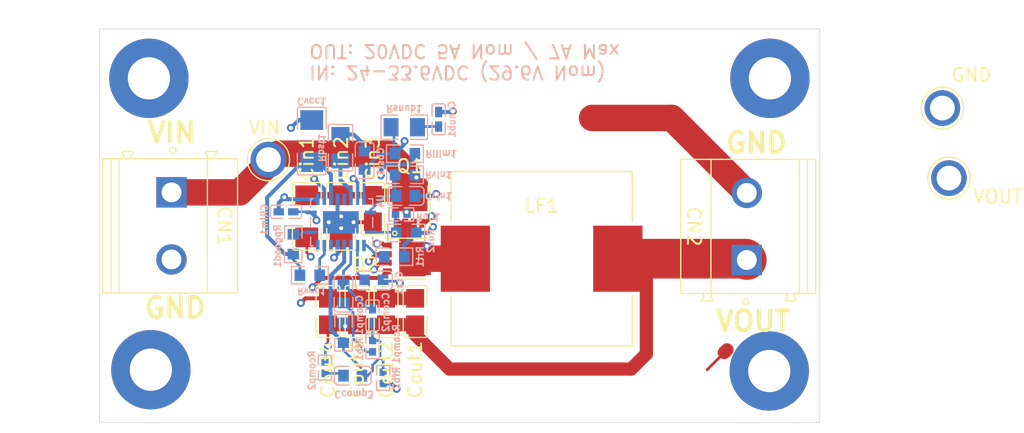
<source format=kicad_pcb>
(kicad_pcb (version 20241229) (generator "pcbnew") (generator_version "9.0")
  (layers (0 "F.Cu" signal) (4 "In1.Cu" signal) (6 "In2.Cu" signal) (2 "B.Cu" signal) (13 "F.Paste" user) (15 "B.Paste" user) (5 "F.SilkS" user "F.Silkscreen") (7 "B.SilkS" user "B.Silkscreen") (1 "F.Mask" user) (3 "B.Mask" user) (25 "Edge.Cuts" user))
  (net 0 "")
  (net 1 "Net-(U4-BST)")
  (net 2 "Net-(Ccomp1-Pad2)")
  (net 3 "Net-(U4-COMP)")
  (net 4 "/20V_Power_Line/Vin")
  (net 5 "Net-(U4-FB)")
  (net 6 "Net-(Ccomp3-Pad1)")
  (net 7 "Net-(U4-ILIM)")
  (net 8 "Net-(U4-SS{slash}TRK)")
  (net 9 "Net-(U4-VCC)")
  (net 10 "Net-(U4-VIN)")
  (net 11 "/20V_Power_Line/Vout")
  (net 12 "Net-(U4-PGOOD)")
  (net 13 "Net-(U4-RT)")
  (net 14 "Net-(U4-EN{slash}UVLO)")
  (net 15 "Net-(U4-SYNCIN)")
  (net 19 "GND")
  (net 20 "Net-(Q1-G)")
  (net 21 "Net-(Q2-G)")
  (net 22 "Net-(U4-SW)")
  (net 23 "Net-(Cbst1-Pad2)")
  (net 24 "Net-(Csnub1-Pad1)")
  (footprint "easyeda2kicad:CONN-TH_2P-P5.08_DIBO_DB128V-5.08" (layer "F.Cu") (at 167.5 100.96 90)
    (property "Reference" "CN2" (at 0 -4 270) (layer "F.SilkS"))
    (property "Value" "SC Out")
    (pad "1" thru_hole rect (at -2.54 0 90) (size 2.3 2.3) (drill 1.500022) (layers "*.Cu" "*.Mask") (net 11 "/20V_Power_Line/Vout"))
    (pad "2" thru_hole circle (at 2.54 0 90) (size 2.3 2.3) (drill 1.500022) (layers "*.Cu" "*.Mask") (net 19 "GND"))
  )
  (footprint "easyeda2kicad:C0805" (layer "F.Cu") (at 140.2 107.4 90)
    (property "Reference" "Cout2" (at -4.4 0 90) (layer "F.SilkS"))
    (property "Value" "10u")
    (pad "1" smd rect (at -1 0 90) (size 1.41 1.35) (layers "F.Cu" "F.Mask" "F.Paste") (net 11 "/20V_Power_Line/Vout"))
    (pad "2" smd rect (at 1 0 90) (size 1.41 1.35) (layers "F.Cu" "F.Mask" "F.Paste") (net 19 "GND"))
  )
  (footprint "easyeda2kicad:VSONP-8_L3.1-W3.1-P0.65-LS3.5-BL" (layer "F.Cu") (at 141.79 103.4 -90)
    (property "Reference" "Q2" (at 0.45 3.19 0) (layer "F.SilkS"))
    (property "Value" "CSD18543Q3A")
    (pad "1" smd rect (at -0.99 1.5) (size 0.68 0.45) (layers "F.Cu" "F.Mask" "F.Paste") (net 19 "GND"))
    (pad "2" smd rect (at -0.34 1.5) (size 0.68 0.45) (layers "F.Cu" "F.Mask" "F.Paste") (net 19 "GND"))
    (pad "3" smd rect (at 0.31 1.5) (size 0.68 0.45) (layers "F.Cu" "F.Mask" "F.Paste") (net 19 "GND"))
    (pad "4" smd rect (at 0.96 1.5) (size 0.68 0.45) (layers "F.Cu" "F.Mask" "F.Paste") (net 21 "Net-(Q2-G)"))
    (pad "5" smd rect (at 0.99 -1.5) (size 0.6 0.5) (layers "F.Cu" "F.Mask" "F.Paste") (net 22 "Net-(U4-SW)"))
    (pad "6" smd rect (at 0.34 -1.5) (size 0.6 0.5) (layers "F.Cu" "F.Mask" "F.Paste") (net 22 "Net-(U4-SW)"))
    (pad "7" smd rect (at -0.31 -1.5) (size 0.6 0.5) (layers "F.Cu" "F.Mask" "F.Paste") (net 22 "Net-(U4-SW)"))
    (pad "8" smd rect (at -0.96 -1.5) (size 0.6 0.5) (layers "F.Cu" "F.Mask" "F.Paste") (net 22 "Net-(U4-SW)"))
    (pad "9" smd rect (at 0.01 -0.41 270) (size 2.65 2) (layers "F.Cu" "F.Mask" "F.Paste") (net 22 "Net-(U4-SW)"))
  )
  (footprint "PCM_SL_Mechanical:MountingHole_3.2mm_Pad" (layer "F.Cu") (at 122.4 111.8 180)
    (property "Reference" "H2" (hide yes))
    (property "Value" "MountingHole_M3_3.2mm_Pad")
    (pad "1" thru_hole circle (at 0 0 180) (size 6 6) (drill 3.2) (layers "*.Cu" "*.Mask") (net 19 "GND"))
  )
  (footprint "easyeda2kicad:TEST-TH_BD3.17-P1.87" (layer "F.Cu") (at 182.3 92)
    (property "Reference" "GND" (at 2.2 -2.5 0) (layer "F.SilkS"))
    (property "Value" "TP GND")
    (pad "1" thru_hole circle (at 0 0) (size 2.7 2.7) (drill 1.869999) (layers "*.Cu" "*.Mask") (net 19 "GND"))
  )
  (footprint "easyeda2kicad:VSONP-8_L3.1-W3.1-P0.65-LS3.5-BL" (layer "F.Cu") (at 141.99 99.21)
    (property "Reference" "Q1" (at 0.01 -2.81 0) (layer "F.SilkS"))
    (property "Value" "CSD18543Q3A")
    (pad "1" smd rect (at -0.99 1.5 90) (size 0.68 0.45) (layers "F.Cu" "F.Mask" "F.Paste") (net 22 "Net-(U4-SW)"))
    (pad "2" smd rect (at -0.34 1.5 90) (size 0.68 0.45) (layers "F.Cu" "F.Mask" "F.Paste") (net 22 "Net-(U4-SW)"))
    (pad "3" smd rect (at 0.31 1.5 90) (size 0.68 0.45) (layers "F.Cu" "F.Mask" "F.Paste") (net 22 "Net-(U4-SW)"))
    (pad "4" smd rect (at 0.96 1.5 90) (size 0.68 0.45) (layers "F.Cu" "F.Mask" "F.Paste") (net 20 "Net-(Q1-G)"))
    (pad "5" smd rect (at 0.99 -1.5 90) (size 0.6 0.5) (layers "F.Cu" "F.Mask" "F.Paste") (net 4 "/20V_Power_Line/Vin"))
    (pad "6" smd rect (at 0.34 -1.5 90) (size 0.6 0.5) (layers "F.Cu" "F.Mask" "F.Paste") (net 4 "/20V_Power_Line/Vin"))
    (pad "7" smd rect (at -0.31 -1.5 90) (size 0.6 0.5) (layers "F.Cu" "F.Mask" "F.Paste") (net 4 "/20V_Power_Line/Vin"))
    (pad "8" smd rect (at -0.96 -1.5 90) (size 0.6 0.5) (layers "F.Cu" "F.Mask" "F.Paste") (net 4 "/20V_Power_Line/Vin"))
    (pad "9" smd rect (at 0.01 -0.41) (size 2.65 2) (layers "F.Cu" "F.Mask" "F.Paste") (net 4 "/20V_Power_Line/Vin"))
  )
  (footprint "easyeda2kicad:C0805" (layer "F.Cu") (at 139.2 99.6 -90)
    (property "Reference" "Cin3" (at -3.8 0 90) (layer "F.SilkS"))
    (property "Value" "10u")
    (pad "1" smd rect (at -1 0 270) (size 1.41 1.35) (layers "F.Cu" "F.Mask" "F.Paste") (net 4 "/20V_Power_Line/Vin"))
    (pad "2" smd rect (at 1 0 270) (size 1.41 1.35) (layers "F.Cu" "F.Mask" "F.Paste") (net 19 "GND"))
  )
  (footprint "easyeda2kicad:C0805" (layer "F.Cu") (at 138 107.4 90)
    (property "Reference" "Cout3" (at -4.4 0 90) (layer "F.SilkS"))
    (property "Value" "10u")
    (pad "1" smd rect (at -1 0 90) (size 1.41 1.35) (layers "F.Cu" "F.Mask" "F.Paste") (net 11 "/20V_Power_Line/Vout"))
    (pad "2" smd rect (at 1 0 90) (size 1.41 1.35) (layers "F.Cu" "F.Mask" "F.Paste") (net 19 "GND"))
  )
  (footprint "easyeda2kicad:C0805" (layer "F.Cu") (at 142.4 107.4 90)
    (property "Reference" "Cout1" (at -4.4 0 90) (layer "F.SilkS"))
    (property "Value" "10u")
    (pad "1" smd rect (at -1 0 90) (size 1.41 1.35) (layers "F.Cu" "F.Mask" "F.Paste") (net 11 "/20V_Power_Line/Vout"))
    (pad "2" smd rect (at 1 0 90) (size 1.41 1.35) (layers "F.Cu" "F.Mask" "F.Paste") (net 19 "GND"))
  )
  (footprint "easyeda2kicad:C0805" (layer "F.Cu") (at 135.8 107.4 90)
    (property "Reference" "Cout4" (at -4.4 0 90) (layer "F.SilkS"))
    (property "Value" "10u")
    (pad "1" smd rect (at -1 0 90) (size 1.41 1.35) (layers "F.Cu" "F.Mask" "F.Paste") (net 11 "/20V_Power_Line/Vout"))
    (pad "2" smd rect (at 1 0 90) (size 1.41 1.35) (layers "F.Cu" "F.Mask" "F.Paste") (net 19 "GND"))
  )
  (footprint "easyeda2kicad:TEST-TH_BD3.17-P1.87" (layer "F.Cu") (at 131.3 95.9)
    (property "Reference" "VIN" (at -0.3 -2.4 0) (layer "F.SilkS"))
    (property "Value" "TP Vin")
    (pad "1" thru_hole circle (at 0 0) (size 2.7 2.7) (drill 1.869999) (layers "*.Cu" "*.Mask") (net 4 "/20V_Power_Line/Vin"))
  )
  (footprint "easyeda2kicad:TEST-TH_BD3.17-P1.87" (layer "F.Cu") (at 182.8 97.3)
    (property "Reference" "VOUT" (at 3.7 1.4 0) (layer "F.SilkS"))
    (property "Value" "TP Vout")
    (pad "1" thru_hole circle (at 0 0) (size 2.7 2.7) (drill 1.869999) (layers "*.Cu" "*.Mask") (net 11 "/20V_Power_Line/Vout"))
  )
  (footprint "easyeda2kicad:C1206" (layer "F.Cu") (at 134.2 100.19 -90)
    (property "Reference" "Cin1" (at -4.39 0 90) (layer "F.SilkS"))
    (property "Value" "4.7u")
    (pad "1" smd rect (at -1.59 0 270) (size 1.49 1.73) (layers "F.Cu" "F.Mask" "F.Paste") (net 4 "/20V_Power_Line/Vin"))
    (pad "2" smd rect (at 1.59 0 270) (size 1.49 1.73) (layers "F.Cu" "F.Mask" "F.Paste") (net 19 "GND"))
  )
  (footprint "PCM_SL_Mechanical:MountingHole_3.2mm_Pad" (layer "F.Cu") (at 169.25 89.75 180)
    (property "Reference" "H4" (hide yes))
    (property "Value" "MountingHole_M3_3.2mm_Pad")
    (pad "1" thru_hole circle (at 0 0 180) (size 6 6) (drill 3.2) (layers "*.Cu" "*.Mask") (net 19 "GND"))
  )
  (footprint "easyeda2kicad:CONN-TH_2P-P5.08_DIBO_DB128V-5.08" (layer "F.Cu") (at 123.96 100.92 -90)
    (property "Reference" "CN1" (at 0 -4 270) (layer "F.SilkS"))
    (property "Value" "SC In")
    (pad "1" thru_hole rect (at -2.54 0 270) (size 2.3 2.3) (drill 1.500022) (layers "*.Cu" "*.Mask") (net 4 "/20V_Power_Line/Vin"))
    (pad "2" thru_hole circle (at 2.54 0 270) (size 2.3 2.3) (drill 1.500022) (layers "*.Cu" "*.Mask") (net 19 "GND"))
  )
  (footprint "PCM_SL_Mechanical:MountingHole_3.2mm_Pad" (layer "F.Cu") (at 122.25 89.75 180)
    (property "Reference" "H3" (hide yes))
    (property "Value" "MountingHole_M3_3.2mm_Pad")
    (pad "1" thru_hole circle (at 0 0 180) (size 6 6) (drill 3.2) (layers "*.Cu" "*.Mask") (net 19 "GND"))
  )
  (footprint "easyeda2kicad:IND-SMD_L13.8-W12.8" (layer "F.Cu") (at 151.97 103.4)
    (property "Reference" "LF1" (at 0 -4 0) (layer "F.SilkS"))
    (property "Value" "3.3u")
    (pad "1" smd rect (at -5.77 0) (size 3.73 5) (layers "F.Cu" "F.Mask" "F.Paste") (net 22 "Net-(U4-SW)"))
    (pad "2" smd rect (at 5.77 0) (size 3.73 5) (layers "F.Cu" "F.Mask" "F.Paste") (net 11 "/20V_Power_Line/Vout"))
  )
  (footprint "easyeda2kicad:C1206" (layer "F.Cu") (at 136.8 100.19 -90)
    (property "Reference" "Cin2" (at -4.39 0 90) (layer "F.SilkS"))
    (property "Value" "4.7u")
    (pad "1" smd rect (at -1.59 0 270) (size 1.49 1.73) (layers "F.Cu" "F.Mask" "F.Paste") (net 4 "/20V_Power_Line/Vin"))
    (pad "2" smd rect (at 1.59 0 270) (size 1.49 1.73) (layers "F.Cu" "F.Mask" "F.Paste") (net 19 "GND"))
  )
  (footprint "PCM_SL_Mechanical:MountingHole_3.2mm_Pad" (layer "F.Cu") (at 169.2 111.9 180)
    (property "Reference" "H1" (hide yes))
    (property "Value" "MountingHole_M3_3.2mm_Pad")
    (pad "1" thru_hole circle (at 0 0 180) (size 6 6) (drill 3.2) (layers "*.Cu" "*.Mask") (net 19 "GND"))
  )
  (footprint "easyeda2kicad:C0603" (layer "B.Cu") (at 138.577976 95.95 90)
    (property "Reference" "Cbst1" (at -0.1 1.2 90) (layer "B.SilkS") (effects (font (size 0.5 0.5)) (justify mirror)))
    (property "Value" "100n")
    (pad "1" smd rect (at -0.7 0 90) (size 0.8 0.9) (layers "B.Cu" "B.Mask" "B.Paste") (net 22 "Net-(U4-SW)"))
    (pad "2" smd rect (at 0.7 0 90) (size 0.8 0.9) (layers "B.Cu" "B.Mask" "B.Paste") (net 23 "Net-(Cbst1-Pad2)"))
  )
  (footprint "easyeda2kicad:R0603" (layer "B.Cu") (at 133.177976 102.3 90)
    (property "Reference" "Rpgood1" (at -0.15 -1.2 90) (layer "B.SilkS") (effects (font (size 0.5 0.5) (thickness 0.125)) (justify mirror)))
    (property "Value" "20k" (hide yes))
    (pad "1" smd rect (at -0.75 0 90) (size 0.81 0.86) (layers "B.Cu" "B.Mask" "B.Paste") (net 9 "Net-(U4-VCC)"))
    (pad "2" smd rect (at 0.75 0 90) (size 0.81 0.86) (layers "B.Cu" "B.Mask" "B.Paste") (net 12 "Net-(U4-PGOOD)"))
  )
  (footprint "easyeda2kicad:C0402" (layer "B.Cu") (at 144.177976 92.85 90)
    (property "Reference" "Csnub1" (at 0 1 90) (layer "B.SilkS") (effects (font (size 0.5 0.5)) (justify mirror)))
    (property "Value" "DNP")
    (pad "1" smd rect (at -0.55 0 90) (size 0.79 0.54) (layers "B.Cu" "B.Mask" "B.Paste") (net 24 "Net-(Csnub1-Pad1)"))
    (pad "2" smd rect (at 0.55 0 90) (size 0.79 0.54) (layers "B.Cu" "B.Mask" "B.Paste") (net 19 "GND"))
  )
  (footprint "easyeda2kicad:C0402" (layer "B.Cu") (at 139.177976 107.7 -90)
    (property "Reference" "Ccomp2" (at -0.25 -1 90) (layer "B.SilkS") (effects (font (size 0.5 0.5)) (justify mirror)))
    (property "Value" "110p")
    (pad "1" smd rect (at -0.55 0 270) (size 0.79 0.54) (layers "B.Cu" "B.Mask" "B.Paste") (net 3 "Net-(U4-COMP)"))
    (pad "2" smd rect (at 0.55 0 270) (size 0.79 0.54) (layers "B.Cu" "B.Mask" "B.Paste") (net 5 "Net-(U4-FB)"))
  )
  (footprint "easyeda2kicad:R0402" (layer "B.Cu") (at 139.177976 110.02 90)
    (property "Reference" "Rcomp1" (at 0.17 1.8 90) (layer "B.SilkS") (effects (font (size 0.5 0.5)) (justify mirror)))
    (property "Value" "3.83k")
    (pad "1" smd rect (at -0.43 0 90) (size 0.57 0.54) (layers "B.Cu" "B.Mask" "B.Paste") (net 2 "Net-(Ccomp1-Pad2)"))
    (pad "2" smd rect (at 0.43 0 90) (size 0.57 0.54) (layers "B.Cu" "B.Mask" "B.Paste") (net 5 "Net-(U4-FB)"))
  )
  (footprint "easyeda2kicad:R0402" (layer "B.Cu") (at 141.347976 100.05 180)
    (property "Reference" "Ruv1" (at -2.03 -0.2 180) (layer "B.SilkS") (effects (font (size 0.5 0.5)) (justify mirror)))
    (property "Value" "121k")
    (pad "1" smd rect (at -0.43 0 180) (size 0.57 0.54) (layers "B.Cu" "B.Mask" "B.Paste") (net 4 "/20V_Power_Line/Vin"))
    (pad "2" smd rect (at 0.43 0 180) (size 0.57 0.54) (layers "B.Cu" "B.Mask" "B.Paste") (net 14 "Net-(U4-EN{slash}UVLO)"))
  )
  (footprint "easyeda2kicad:R0603" (layer "B.Cu") (at 141.627976 95.45 180)
    (property "Reference" "Rilim1" (at -2.75 0 180) (layer "B.SilkS") (effects (font (size 0.5 0.5)) (justify mirror)))
    (property "Value" "1.33k")
    (pad "1" smd rect (at -0.75 0 180) (size 0.81 0.86) (layers "B.Cu" "B.Mask" "B.Paste") (net 7 "Net-(U4-ILIM)"))
    (pad "2" smd rect (at 0.75 0 180) (size 0.81 0.86) (layers "B.Cu" "B.Mask" "B.Paste") (net 22 "Net-(U4-SW)"))
  )
  (footprint "easyeda2kicad:R0603" (layer "B.Cu") (at 134.427976 104.65)
    (property "Reference" "Rvcc1" (at 0.15 1.2 180) (layer "B.SilkS") (effects (font (size 0.5 0.5)) (justify mirror)))
    (property "Value" "20k")
    (pad "1" smd rect (at -0.75 0) (size 0.81 0.86) (layers "B.Cu" "B.Mask" "B.Paste") (net 9 "Net-(U4-VCC)"))
    (pad "2" smd rect (at 0.75 0) (size 0.81 0.86) (layers "B.Cu" "B.Mask" "B.Paste") (net 15 "Net-(U4-SYNCIN)"))
  )
  (footprint "easyeda2kicad:C1206" (layer "B.Cu") (at 134.577976 94.5 90)
    (property "Reference" "Cvcc1" (at 3.01 0 180) (layer "B.SilkS") (effects (font (size 0.5 0.5)) (justify mirror)))
    (property "Value" "2.2u")
    (pad "1" smd rect (at -1.59 0 90) (size 1.49 1.73) (layers "B.Cu" "B.Mask" "B.Paste") (net 9 "Net-(U4-VCC)"))
    (pad "2" smd rect (at 1.59 0 90) (size 1.49 1.73) (layers "B.Cu" "B.Mask" "B.Paste") (net 19 "GND"))
  )
  (footprint "easyeda2kicad:R0603" (layer "B.Cu") (at 141.627976 97.05 180)
    (property "Reference" "Rvin1" (at -2.55 0 180) (layer "B.SilkS") (effects (font (size 0.5 0.5)) (justify mirror)))
    (property "Value" "2.1")
    (pad "1" smd rect (at -0.75 0 180) (size 0.81 0.86) (layers "B.Cu" "B.Mask" "B.Paste") (net 4 "/20V_Power_Line/Vin"))
    (pad "2" smd rect (at 0.75 0 180) (size 0.81 0.86) (layers "B.Cu" "B.Mask" "B.Paste") (net 10 "Net-(U4-VIN)"))
  )
  (footprint "easyeda2kicad:R0603" (layer "B.Cu") (at 140.827976 103.25)
    (property "Reference" "Rrt1" (at 1.95 0 90) (layer "B.SilkS") (effects (font (size 0.5 0.5)) (justify mirror)))
    (property "Value" "13k")
    (pad "1" smd rect (at -0.75 0) (size 0.81 0.86) (layers "B.Cu" "B.Mask" "B.Paste") (net 13 "Net-(U4-RT)"))
    (pad "2" smd rect (at 0.75 0) (size 0.81 0.86) (layers "B.Cu" "B.Mask" "B.Paste") (net 19 "GND"))
  )
  (footprint "easyeda2kicad:R0603" (layer "B.Cu") (at 141.727976 101.45)
    (property "Reference" "Ruv2" (at 1.85 0.6 90) (layer "B.SilkS") (effects (font (size 0.5 0.5)) (justify mirror)))
    (property "Value" "8.06k")
    (pad "1" smd rect (at -0.75 0) (size 0.81 0.86) (layers "B.Cu" "B.Mask" "B.Paste") (net 14 "Net-(U4-EN{slash}UVLO)"))
    (pad "2" smd rect (at 0.75 0) (size 0.81 0.86) (layers "B.Cu" "B.Mask" "B.Paste") (net 19 "GND"))
  )
  (footprint "easyeda2kicad:R0805" (layer "B.Cu") (at 141.577976 93.45 180)
    (property "Reference" "Rsnub1" (at 0 1.4 180) (layer "B.SilkS") (effects (font (size 0.5 0.5)) (justify mirror)))
    (property "Value" "DNP")
    (pad "1" smd rect (at -1 0 180) (size 1.13 1.38) (layers "B.Cu" "B.Mask" "B.Paste") (net 24 "Net-(Csnub1-Pad1)"))
    (pad "2" smd rect (at 1 0 180) (size 1.13 1.38) (layers "B.Cu" "B.Mask" "B.Paste") (net 22 "Net-(U4-SW)"))
  )
  (footprint "easyeda2kicad:R0402" (layer "B.Cu") (at 135.577976 111.65 -90)
    (property "Reference" "Rcomp2" (at 0.2 1 90) (layer "B.SilkS") (effects (font (size 0.5 0.5)) (justify mirror)))
    (property "Value" "16.9")
    (pad "1" smd rect (at -0.43 0 270) (size 0.57 0.54) (layers "B.Cu" "B.Mask" "B.Paste") (net 11 "/20V_Power_Line/Vout"))
    (pad "2" smd rect (at 0.43 0 270) (size 0.57 0.54) (layers "B.Cu" "B.Mask" "B.Paste") (net 6 "Net-(Ccomp3-Pad1)"))
  )
  (footprint "easyeda2kicad:R0805" (layer "B.Cu") (at 136.75 95 90)
    (property "Reference" "Rbst1" (at 0 -1.4 270) (layer "B.SilkS") (effects (font (size 0.5 0.5)) (justify mirror)))
    (property "Value" "4.7")
    (pad "1" smd rect (at -1 0 90) (size 1.13 1.38) (layers "B.Cu" "B.Mask" "B.Paste") (net 1 "Net-(U4-BST)"))
    (pad "2" smd rect (at 1 0 90) (size 1.13 1.38) (layers "B.Cu" "B.Mask" "B.Paste") (net 23 "Net-(Cbst1-Pad2)"))
  )
  (footprint "easyeda2kicad:C0603" (layer "B.Cu") (at 136.977976 106.05 -90)
    (property "Reference" "Ccomp1" (at 1.6 -1.2 90) (layer "B.SilkS") (effects (font (size 0.5 0.5)) (justify mirror)))
    (property "Value" "2.7n")
    (pad "1" smd rect (at -0.7 0 270) (size 0.8 0.9) (layers "B.Cu" "B.Mask" "B.Paste") (net 3 "Net-(U4-COMP)"))
    (pad "2" smd rect (at 0.7 0 270) (size 0.8 0.9) (layers "B.Cu" "B.Mask" "B.Paste") (net 2 "Net-(Ccomp1-Pad2)"))
  )
  (footprint "easyeda2kicad:R0402" (layer "B.Cu") (at 139.977976 112.42 -90)
    (property "Reference" "Rfb2" (at 0.03 -1 90) (layer "B.SilkS") (effects (font (size 0.5 0.5) (thickness 0.125)) (justify mirror)))
    (property "Value" "750")
    (pad "1" smd rect (at -0.43 0 270) (size 0.57 0.54) (layers "B.Cu" "B.Mask" "B.Paste") (net 5 "Net-(U4-FB)"))
    (pad "2" smd rect (at 0.43 0 270) (size 0.57 0.54) (layers "B.Cu" "B.Mask" "B.Paste") (net 19 "GND"))
  )
  (footprint "easyeda2kicad:C0402" (layer "B.Cu") (at 132.627976 99.85 180)
    (property "Reference" "Cilim1" (at 1.65 -0.6 90) (layer "B.SilkS") (effects (font (size 0.5 0.5)) (justify mirror)))
    (property "Value" "5.1p")
    (pad "1" smd rect (at -0.55 0 180) (size 0.79 0.54) (layers "B.Cu" "B.Mask" "B.Paste") (net 7 "Net-(U4-ILIM)"))
    (pad "2" smd rect (at 0.55 0 180) (size 0.79 0.54) (layers "B.Cu" "B.Mask" "B.Paste") (net 19 "GND"))
  )
  (footprint "easyeda2kicad:VQFN-20_L4.5-W3.5-P0.50-BL-EP" (layer "B.Cu") (at 136.777976 100.65 180)
    (property "Reference" "U4" (at -3 1.6 90) (layer "B.SilkS") (effects (font (size 0.5 0.5)) (justify mirror)))
    (property "Value" "LM25145RGYR")
    (pad "1" smd rect (at -2.25 -0.75 180) (size 0.85 0.28) (layers "B.Cu" "B.Mask" "B.Paste") (net 14 "Net-(U4-EN{slash}UVLO)"))
    (pad "2" smd rect (at -1.75 -1.75 180) (size 0.28 0.85) (layers "B.Cu" "B.Mask" "B.Paste") (net 13 "Net-(U4-RT)"))
    (pad "3" smd rect (at -1.25 -1.75 180) (size 0.28 0.85) (layers "B.Cu" "B.Mask" "B.Paste") (net 8 "Net-(U4-SS{slash}TRK)"))
    (pad "4" smd rect (at -0.75 -1.75 180) (size 0.28 0.85) (layers "B.Cu" "B.Mask" "B.Paste") (net 3 "Net-(U4-COMP)"))
    (pad "5" smd rect (at -0.25 -1.75 180) (size 0.28 0.85) (layers "B.Cu" "B.Mask" "B.Paste") (net 5 "Net-(U4-FB)"))
    (pad "6" smd rect (at 0.25 -1.75 180) (size 0.28 0.85) (layers "B.Cu" "B.Mask" "B.Paste") (net 19 "GND"))
    (pad "7" smd rect (at 0.75 -1.75 180) (size 0.28 0.85) (layers "B.Cu" "B.Mask" "B.Paste"))
    (pad "8" smd rect (at 1.25 -1.75 180) (size 0.28 0.85) (layers "B.Cu" "B.Mask" "B.Paste") (net 15 "Net-(U4-SYNCIN)"))
    (pad "9" smd rect (at 1.75 -1.75 180) (size 0.28 0.85) (layers "B.Cu" "B.Mask" "B.Paste"))
    (pad "10" smd rect (at 2.25 -0.75 180) (size 0.85 0.28) (layers "B.Cu" "B.Mask" "B.Paste") (net 12 "Net-(U4-PGOOD)"))
    (pad "11" smd rect (at 2.25 0.75 180) (size 0.85 0.28) (layers "B.Cu" "B.Mask" "B.Paste") (net 7 "Net-(U4-ILIM)"))
    (pad "12" smd rect (at 1.75 1.75 180) (size 0.28 0.85) (layers "B.Cu" "B.Mask" "B.Paste") (net 19 "GND"))
    (pad "13" smd rect (at 1.25 1.75 180) (size 0.28 0.85) (layers "B.Cu" "B.Mask" "B.Paste") (net 21 "Net-(Q2-G)"))
    (pad "14" smd rect (at 0.75 1.75 180) (size 0.28 0.85) (layers "B.Cu" "B.Mask" "B.Paste") (net 9 "Net-(U4-VCC)"))
    (pad "15" smd rect (at 0.25 1.75 180) (size 0.28 0.85) (layers "B.Cu" "B.Mask" "B.Paste") (net 19 "GND"))
    (pad "16" smd rect (at -0.25 1.75 180) (size 0.28 0.85) (layers "B.Cu" "B.Mask" "B.Paste"))
    (pad "17" smd rect (at -0.75 1.75 180) (size 0.28 0.85) (layers "B.Cu" "B.Mask" "B.Paste") (net 1 "Net-(U4-BST)"))
    (pad "18" smd rect (at -1.25 1.75 180) (size 0.28 0.85) (layers "B.Cu" "B.Mask" "B.Paste") (net 20 "Net-(Q1-G)"))
    (pad "19" smd rect (at -1.75 1.75 180) (size 0.28 0.85) (layers "B.Cu" "B.Mask" "B.Paste") (net 22 "Net-(U4-SW)"))
    (pad "20" smd rect (at -2.25 0.75 180) (size 0.85 0.28) (layers "B.Cu" "B.Mask" "B.Paste") (net 10 "Net-(U4-VIN)"))
    (pad "21" smd rect (at 0 0 90) (size 1.7 2.7) (layers "B.Cu" "B.Mask" "B.Paste") (net 19 "GND"))
  )
  (footprint "easyeda2kicad:C0603" (layer "B.Cu") (at 137.677976 112.25)
    (property "Reference" "Ccomp3" (at 0.1 1.4 180) (layer "B.SilkS") (effects (font (size 0.5 0.5)) (justify mirror)))
    (property "Value" "390p")
    (pad "1" smd rect (at -0.7 0) (size 0.8 0.9) (layers "B.Cu" "B.Mask" "B.Paste") (net 6 "Net-(Ccomp3-Pad1)"))
    (pad "2" smd rect (at 0.7 0) (size 0.8 0.9) (layers "B.Cu" "B.Mask" "B.Paste") (net 5 "Net-(U4-FB)"))
  )
  (footprint "easyeda2kicad:C0603" (layer "B.Cu") (at 141.677976 98.65)
    (property "Reference" "Cvin1" (at 2.5 0 180) (layer "B.SilkS") (effects (font (size 0.5 0.5)) (justify mirror)))
    (property "Value" "100n")
    (pad "1" smd rect (at -0.7 0) (size 0.8 0.9) (layers "B.Cu" "B.Mask" "B.Paste") (net 10 "Net-(U4-VIN)"))
    (pad "2" smd rect (at 0.7 0) (size 0.8 0.9) (layers "B.Cu" "B.Mask" "B.Paste") (net 19 "GND"))
  )
  (footprint "easyeda2kicad:C0603" (layer "B.Cu") (at 139.277976 105.05)
    (property "Reference" "Css1" (at 1.9 0.2 90) (layer "B.SilkS") (effects (font (size 0.5 0.5)) (justify mirror)))
    (property "Value" "150n")
    (pad "1" smd rect (at -0.7 0) (size 0.8 0.9) (layers "B.Cu" "B.Mask" "B.Paste") (net 8 "Net-(U4-SS{slash}TRK)"))
    (pad "2" smd rect (at 0.7 0) (size 0.8 0.9) (layers "B.Cu" "B.Mask" "B.Paste") (net 19 "GND"))
  )
  (footprint "easyeda2kicad:R0603" (layer "B.Cu") (at 136.977976 109 -90)
    (property "Reference" "Rfb1" (at 1.25 -1.2 90) (layer "B.SilkS") (effects (font (size 0.5 0.5)) (justify mirror)))
    (property "Value" "18k")
    (pad "1" smd rect (at -0.75 0 270) (size 0.81 0.86) (layers "B.Cu" "B.Mask" "B.Paste") (net 11 "/20V_Power_Line/Vout"))
    (pad "2" smd rect (at 0.75 0 270) (size 0.81 0.86) (layers "B.Cu" "B.Mask" "B.Paste") (net 5 "Net-(U4-FB)"))
  )
  (gr_rect (start 118.5 86) (end 173.02 115.8) (stroke (width 0.05)) (fill no) (layer "Edge.Cuts"))
  (gr_text "VIN" (at 122 94.75 0) (layer "F.SilkS") (effects (font (size 1.5 1.5) (thickness 0.3) (bold yes)) (justify left bottom)))
  (gr_text "GND" (at 165.75 95.5 0) (layer "F.SilkS") (effects (font (size 1.5 1.5) (thickness 0.3) (bold yes)) (justify left bottom)))
  (gr_text "GND" (at 121.75 108 0) (layer "F.SilkS") (effects (font (size 1.5 1.5) (thickness 0.3) (bold yes)) (justify left bottom)))
  (gr_text "VOUT" (at 165 109 0) (layer "F.SilkS") (effects (font (size 1.5 1.5) (thickness 0.3) (bold yes)) (justify left bottom)))
  (gr_text "IN: 24-33.6VDC (29.6V Nom)  \nOUT: 20VDC 5A Nom / 7A Max\n" (at 134.3 87.1 180) (layer "B.SilkS") (effects (font (size 1 1)) (justify left bottom mirror)))
  (segment (start 136.75 97.439821) (end 136.75 96) (width 0.3) (layer "B.Cu") (net 1))
  (segment (start 137.527976 98.9) (end 137.527976 98.217797) (width 0.3) (layer "B.Cu") (net 1))
  (segment (start 137.527976 98.217797) (end 136.75 97.439821) (width 0.3) (layer "B.Cu") (net 1))
  (segment (start 139.177976 110.45) (end 138.707976 110.45) (width 0.2) (layer "B.Cu") (net 2))
  (segment (start 137.708976 109.451) (end 137.708976 107.481) (width 0.2) (layer "B.Cu") (net 2))
  (segment (start 137.708976 107.481) (end 136.977976 106.75) (width 0.2) (layer "B.Cu") (net 2))
  (segment (start 138.707976 110.45) (end 137.708976 109.451) (width 0.2) (layer "B.Cu") (net 2))
  (segment (start 139.177976 107.15) (end 138.777976 107.15) (width 0.2) (layer "B.Cu") (net 3))
  (segment (start 136.977976 104.35) (end 137.527976 103.8) (width 0.2) (layer "B.Cu") (net 3))
  (segment (start 138.777976 107.15) (end 136.977976 105.35) (width 0.2) (layer "B.Cu") (net 3))
  (segment (start 136.977976 105.35) (end 136.977976 104.35) (width 0.2) (layer "B.Cu") (net 3))
  (segment (start 137.527976 103.8) (end 137.527976 102.4) (width 0.2) (layer "B.Cu") (net 3))
  (segment (start 123.96 98.38) (end 129.12 98.38) (width 2) (layer "F.Cu") (net 4))
  (segment (start 141.8 98.6) (end 142 98.8) (width 0.2) (layer "F.Cu") (net 4))
  (segment (start 142.5 97.25) (end 142.5 98.3) (width 0.3) (layer "F.Cu") (net 4))
  (segment (start 132.05 95.45) (end 140.4 95.45) (width 2) (layer "F.Cu") (net 4))
  (segment (start 139.2 98.6) (end 141.8 98.6) (width 1) (layer "F.Cu") (net 4))
  (segment (start 141.75 99.869998) (end 142 99.619998) (width 0.3) (layer "F.Cu") (net 4))
  (segment (start 131.5 96) (end 132.05 95.45) (width 0.3) (layer "F.Cu") (net 4))
  (segment (start 136.8 98.6) (end 139.2 98.6) (width 0.5) (layer "F.Cu") (net 4))
  (segment (start 129.12 98.38) (end 131.5 96) (width 2) (layer "F.Cu") (net 4))
  (segment (start 140.4 95.45) (end 141.68 96.73) (width 2) (layer "F.Cu") (net 4))
  (segment (start 134.2 98.6) (end 134.1 98.6) (width 0.3) (layer "F.Cu") (net 4))
  (segment (start 141.68 96.73) (end 141.68 97.71) (width 2) (layer "F.Cu") (net 4))
  (segment (start 142.5 98.3) (end 142 98.8) (width 0.3) (layer "F.Cu") (net 4))
  (segment (start 134.2 98.6) (end 136.8 98.6) (width 0.5) (layer "F.Cu") (net 4))
  (segment (start 142 99.619998) (end 142 98.8) (width 0.3) (layer "F.Cu") (net 4))
  (segment (start 142.98 97.71) (end 141.03 97.71) (width 0.8) (layer "F.Cu") (net 4))
  (via (at 142.5 97.25) (size 0.6) (drill 0.3) (layers "F.Cu" "B.Cu") (net 4))
  (via (at 141.75 99.869998) (size 0.6) (drill 0.3) (layers "F.Cu" "B.Cu") (net 4))
  (segment (start 142.377976 97.127976) (end 142.377976 97.05) (width 0.3) (layer "B.Cu") (net 4))
  (segment (start 142.5 97.25) (end 142.377976 97.127976) (width 0.3) (layer "B.Cu") (net 4))
  (segment (start 141.75 100.022024) (end 141.777976 100.05) (width 0.3) (layer "B.Cu") (net 4))
  (segment (start 141.75 99.869998) (end 141.75 100.022024) (width 0.3) (layer "B.Cu") (net 4))
  (segment (start 139.177976 109.59) (end 139.017976 109.75) (width 0.2) (layer "B.Cu") (net 5))
  (segment (start 139.177976 108.25) (end 139.177976 109.59) (width 0.2) (layer "B.Cu") (net 5))
  (segment (start 136 104.690166) (end 136 108.772024) (width 0.3) (layer "B.Cu") (net 5))
  (segment (start 136.977976 109.75) (end 136.977976 110.327976) (width 0.2) (layer "B.Cu") (net 5))
  (segment (start 139.177976 111.872024) (end 139.177976 111.45) (width 0.2) (layer "B.Cu") (net 5))
  (segment (start 138.577976 112.45) (end 138.377976 112.25) (width 0.2) (layer "B.Cu") (net 5))
  (segment (start 139.977976 111.99) (end 139.977976 111.108) (width 0.2) (layer "B.Cu") (net 5))
  (segment (start 138.377976 111.727976) (end 138.377976 112.25) (width 0.2) (layer "B.Cu") (net 5))
  (segment (start 139.647976 109.59) (end 139.177976 109.59) (width 0.2) (layer "B.Cu") (net 5))
  (segment (start 136 108.772024) (end 136.977976 109.75) (width 0.3) (layer "B.Cu") (net 5))
  (segment (start 137.027976 102.4) (end 137.027976 103.66219) (width 0.3) (layer "B.Cu") (net 5))
  (segment (start 139.177976 111.45) (end 139.748976 110.879) (width 0.2) (layer "B.Cu") (net 5))
  (segment (start 139.977976 111.108) (end 139.748976 110.879) (width 0.2) (layer "B.Cu") (net 5))
  (segment (start 138.8 112.25) (end 139.177976 111.872024) (width 0.2) (layer "B.Cu") (net 5))
  (segment (start 138.377976 112.25) (end 138.8 112.25) (width 0.2) (layer "B.Cu") (net 5))
  (segment (start 139.748976 109.691) (end 139.647976 109.59) (width 0.2) (layer "B.Cu") (net 5))
  (segment (start 137.027976 103.66219) (end 136 104.690166) (width 0.3) (layer "B.Cu") (net 5))
  (segment (start 139.748976 110.879) (end 139.748976 109.691) (width 0.2) (layer "B.Cu") (net 5))
  (segment (start 136.977976 110.327976) (end 138.377976 111.727976) (width 0.2) (layer "B.Cu") (net 5))
  (segment (start 135.577976 112.08) (end 136.807976 112.08) (width 0.2) (layer "B.Cu") (net 6))
  (segment (start 136.807976 112.08) (end 136.977976 112.25) (width 0.2) (layer "B.Cu") (net 6))
  (via (at 134.927974 100.5) (size 0.6) (drill 0.3) (layers "F.Cu" "B.Cu") (net 7))
  (via (at 139.8 97.1) (size 0.6) (drill 0.3) (layers "F.Cu" "B.Cu") (net 7))
  (segment (start 139.8 96.7) (end 140.231 96.269) (width 0.3) (layer "B.Cu") (net 7))
  (segment (start 134.477976 99.85) (end 134.527976 99.9) (width 0.2) (layer "B.Cu") (net 7))
  (segment (start 140.231 96.269) (end 141.981 96.269) (width 0.3) (layer "B.Cu") (net 7))
  (segment (start 134.927974 100.5) (end 134.927974 100.299998) (width 0.3) (layer "B.Cu") (net 7))
  (segment (start 142.377976 95.872024) (end 142.377976 95.45) (width 0.3) (layer "B.Cu") (net 7))
  (segment (start 139.8 97.1) (end 139.8 96.7) (width 0.3) (layer "B.Cu") (net 7))
  (segment (start 134.927974 100.299998) (end 134.527976 99.9) (width 0.3) (layer "B.Cu") (net 7))
  (segment (start 133.177976 99.85) (end 134.477976 99.85) (width 0.2) (layer "B.Cu") (net 7))
  (segment (start 141.981 96.269) (end 142.377976 95.872024) (width 0.3) (layer "B.Cu") (net 7))
  (segment (start 138.027976 104.5) (end 138.027976 102.4) (width 0.2) (layer "B.Cu") (net 8))
  (segment (start 138.577976 105.05) (end 138.027976 104.5) (width 0.2) (layer "B.Cu") (net 8))
  (segment (start 135.09 96.09) (end 134.577976 96.09) (width 0.3) (layer "B.Cu") (net 9))
  (segment (start 132.55 103.05) (end 133.177976 103.05) (width 0.3) (layer "B.Cu") (net 9))
  (segment (start 135.14 96.09) (end 134.577976 96.09) (width 0.3) (layer "B.Cu") (net 9))
  (segment (start 133.677976 104.65) (end 133.677976 103.977976) (width 0.2) (layer "B.Cu") (net 9))
  (segment (start 136.027976 97.027976) (end 135.09 96.09) (width 0.3) (layer "B.Cu") (net 9))
  (segment (start 133.177976 103.477976) (end 133.177976 103.05) (width 0.2) (layer "B.Cu") (net 9))
  (segment (start 134.577976 96.09) (end 133.872976 96.09) (width 0.3) (layer "B.Cu") (net 9))
  (segment (start 133.677976 103.977976) (end 133.177976 103.477976) (width 0.2) (layer "B.Cu") (net 9))
  (segment (start 131.2 98.762976) (end 131.2 101.7) (width 0.3) (layer "B.Cu") (net 9))
  (segment (start 133.872976 96.09) (end 131.2 98.762976) (width 0.3) (layer "B.Cu") (net 9))
  (segment (start 131.2 101.7) (end 132.55 103.05) (width 0.3) (layer "B.Cu") (net 9))
  (segment (start 136.027976 98.9) (end 136.027976 97.027976) (width 0.3) (layer "B.Cu") (net 9))
  (segment (start 140.877976 98.55) (end 140.977976 98.65) (width 0.2) (layer "B.Cu") (net 10))
  (segment (start 140.877976 97.05) (end 140.877976 98.55) (width 0.2) (layer "B.Cu") (net 10))
  (segment (start 139.027976 99.722024) (end 139.027976 99.9) (width 0.2) (layer "B.Cu") (net 10))
  (segment (start 140.1 98.65) (end 139.027976 99.722024) (width 0.2) (layer "B.Cu") (net 10))
  (segment (start 140.977976 98.65) (end 140.1 98.65) (width 0.2) (layer "B.Cu") (net 10))
  (segment (start 167.4 103.4) (end 167.5 103.5) (width 3) (layer "F.Cu") (net 11))
  (segment (start 158.901 104.561) (end 157.74 103.4) (width 0.2) (layer "F.Cu") (net 11))
  (segment (start 135.8 110) (end 135.8 108.4) (width 0.2) (layer "F.Cu") (net 11))
  (segment (start 159.15 103.4) (end 159.9 104.15) (width 1) (layer "F.Cu") (net 11))
  (segment (start 142.4 109.15) (end 142.4 108.4) (width 1) (layer "F.Cu") (net 11))
  (segment (start 157.74 103.4) (end 159.101 104.761) (width 0.6) (layer "F.Cu") (net 11))
  (segment (start 158.75 111.75) (end 145 111.75) (width 1) (layer "F.Cu") (net 11))
  (segment (start 135.8 108.4) (end 142.4 108.4) (width 1) (layer "F.Cu") (net 11))
  (segment (start 145 111.75) (end 142.4 109.15) (width 1) (layer "F.Cu") (net 11))
  (segment (start 157.74 103.4) (end 159.15 103.4) (width 1) (layer "F.Cu") (net 11))
  (segment (start 157.74 103.4) (end 167.4 103.4) (width 3) (layer "F.Cu") (net 11))
  (segment (start 159.9 104.15) (end 159.9 110.6) (width 1) (layer "F.Cu") (net 11))
  (segment (start 159.9 110.6) (end 158.75 111.75) (width 1) (layer "F.Cu") (net 11))
  (via (at 135.8 110) (size 0.6) (drill 0.3) (layers "F.Cu" "B.Cu") (net 11))
  (via (at 137.108976 108.5) (size 0.6) (drill 0.3) (layers "F.Cu" "B.Cu") (net 11))
  (segment (start 135.6 110.2) (end 135.6 111.197976) (width 0.2) (layer "B.Cu") (net 11))
  (segment (start 136.977976 108.369) (end 137.108976 108.5) (width 0.3) (layer "B.Cu") (net 11))
  (segment (start 136.977976 108.25) (end 136.977976 108.369) (width 0.3) (layer "B.Cu") (net 11))
  (segment (start 135.8 110) (end 135.6 110.2) (width 0.2) (layer "B.Cu") (net 11))
  (segment (start 135.6 111.197976) (end 135.577976 111.22) (width 0.2) (layer "B.Cu") (net 11))
  (segment (start 133.177976 101.55) (end 133.75 101.55) (width 0.2) (layer "B.Cu") (net 12))
  (segment (start 133.75 101.55) (end 133.9 101.4) (width 0.2) (layer "B.Cu") (net 12))
  (segment (start 133.9 101.4) (end 134.527976 101.4) (width 0.2) (layer "B.Cu") (net 12))
  (segment (start 138.75 102.4) (end 138.527976 102.4) (width 0.2) (layer "B.Cu") (net 13))
  (segment (start 139.6 103.25) (end 138.75 102.4) (width 0.2) (layer "B.Cu") (net 13))
  (segment (start 140.077976 103.25) (end 139.6 103.25) (width 0.2) (layer "B.Cu") (net 13))
  (segment (start 140.927976 101.4) (end 139.027976 101.4) (width 0.2) (layer "B.Cu") (net 14))
  (segment (start 140.917976 100.05) (end 140.917976 101.39) (width 0.2) (layer "B.Cu") (net 14))
  (segment (start 140.917976 101.39) (end 140.977976 101.45) (width 0.2) (layer "B.Cu") (net 14))
  (segment (start 140.977976 101.45) (end 140.927976 101.4) (width 0.2) (layer "B.Cu") (net 14))
  (segment (start 135.527976 102.4) (end 135.527976 103.067) (width 0.2) (layer "B.Cu") (net 15))
  (segment (start 135.177976 103.417) (end 135.177976 104.65) (width 0.2) (layer "B.Cu") (net 15))
  (segment (start 135.527976 103.067) (end 135.177976 103.417) (width 0.2) (layer "B.Cu") (net 15))
  (segment (start 134.1 106.4) (end 133.75 106.75) (width 0.3) (layer "F.Cu") (net 19))
  (segment (start 155.79 92.75) (end 161.83 92.75) (width 2) (layer "F.Cu") (net 19))
  (segment (start 135.8 106.4) (end 134.1 106.4) (width 0.3) (layer "F.Cu") (net 19))
  (segment (start 166.2 110.1) (end 164.5 111.8) (width 0.2) (layer "F.Cu") (net 19))
  (segment (start 139.93 102.25) (end 140.09 102.41) (width 0.3) (layer "F.Cu") (net 19))
  (segment (start 161.83 92.75) (end 167.5 98.42) (width 2) (layer "F.Cu") (net 19))
  (segment (start 134.2 102.95) (end 134.5 103.25) (width 0.2) (layer "F.Cu") (net 19))
  (segment (start 136.8 101.78) (end 136.8 102.778669) (width 0.2) (layer "F.Cu") (net 19))
  (segment (start 134.2 101.78) (end 134.2 102.95) (width 0.2) (layer "F.Cu") (net 19))
  (segment (start 140.09 102.41) (end 140.29 102.41) (width 0.3) (layer "F.Cu") (net 19))
  (segment (start 142.4 106.4) (end 142.4 106.2) (width 0.4) (layer "F.Cu") (net 19))
  (segment (start 140.2 106.4) (end 140.2 106.2) (width 0.4) (layer "F.Cu") (net 19))
  (segment (start 142.4 106.4) (end 135.8 106.4) (width 1) (layer "F.Cu") (net 19))
  (segment (start 139.16 100.64) (end 139.2 100.6) (width 0.3) (layer "F.Cu") (net 19))
  (segment (start 137.735 100.64) (end 139.16 100.64) (width 0.3) (layer "F.Cu") (net 19))
  (segment (start 166 110.3) (end 165.8 110.5) (width 1) (layer "F.Cu") (net 19))
  (segment (start 165.8 110.5) (end 164.5 111.8) (width 0.2) (layer "F.Cu") (net 19))
  (segment (start 140.29 103.06) (end 139.44 103.06) (width 0.3) (layer "F.Cu") (net 19))
  (segment (start 139.5 102.25) (end 139.93 102.25) (width 0.3) (layer "F.Cu") (net 19))
  (segment (start 138 106.4) (end 138 106.2) (width 0.4) (layer "F.Cu") (net 19))
  (segment (start 139.780022 103.71) (end 139.284808 104.205214) (width 0.3) (layer "F.Cu") (net 19))
  (segment (start 136.8 102.778669) (end 136.262727 103.315942) (width 0.2) (layer "F.Cu") (net 19))
  (segment (start 139.44 103.06) (end 138.889723 103.610277) (width 0.3) (layer "F.Cu") (net 19))
  (segment (start 140.29 103.71) (end 139.780022 103.71) (width 0.3) (layer "F.Cu") (net 19))
  (via (at 136.8 100.19) (size 0.6) (drill 0.3) (layers "F.Cu" "B.Cu") (net 19))
  (via (at 137.735 100.64) (size 0.6) (drill 0.3) (layers "F.Cu" "B.Cu") (net 19))
  (via (at 136.262727 103.315942) (size 0.6) (drill 0.3) (layers "F.Cu" "B.Cu") (net 19))
  (via (at 139.284808 104.205214) (size 0.6) (drill 0.3) (layers "F.Cu" "B.Cu") (net 19))
  (via (at 138.889723 103.610277) (size 0.6) (drill 0.3) (layers "F.Cu" "B.Cu") (net 19))
  (via (at 144 98.5) (size 0.6) (drill 0.3) (layers "F.Cu" "B.Cu") (net 19))
  (via (at 139.5 102.25) (size 0.6) (drill 0.3) (layers "F.Cu" "B.Cu") (net 19))
  (via (at 141.25 105.235002) (size 0.6) (drill 0.3) (layers "F.Cu" "B.Cu") (net 19))
  (via (at 145.25 92.25) (size 0.6) (drill 0.3) (layers "F.Cu" "B.Cu") (net 19))
  (via (at 133 93.5) (size 0.6) (drill 0.3) (layers "F.Cu" "B.Cu") (net 19))
  (via (at 132.5 98.75) (size 0.6) (drill 0.3) (layers "F.Cu" "B.Cu") (net 19))
  (via (at 133.75 106.75) (size 0.6) (drill 0.3) (layers "F.Cu" "B.Cu") (net 19))
  (via (at 136.8 101.09) (size 0.6) (drill 0.3) (layers "F.Cu" "B.Cu") (net 19))
  (via (at 141 113.25) (size 0.6) (drill 0.3) (layers "F.Cu" "B.Cu") (net 19))
  (via (at 135.865 100.64) (size 0.6) (drill 0.3) (layers "F.Cu" "B.Cu") (net 19))
  (via (at 143.75 101) (size 0.6) (drill 0.3) (layers "F.Cu" "B.Cu") (net 19))
  (via (at 134.5 103.25) (size 0.6) (drill 0.3) (layers "F.Cu" "B.Cu") (net 19))
  (segment (start 141.577976 103.25) (end 141.577976 102.35) (width 0.3) (layer "B.Cu") (net 19))
  (segment (start 140.6 112.85) (end 141 113.25) (width 0.3) (layer "B.Cu") (net 19))
  (segment (start 134.577976 92.91) (end 133.59 92.91) (width 0.3) (layer "B.Cu") (net 19))
  (segment (start 136.8 100.19) (end 137.285 100.19) (width 0.2) (layer "B.Cu") (net 19))
  (segment (start 132.077976 99.172024) (end 132.5 98.75) (width 0.3) (layer "B.Cu") (net 19))
  (segment (start 137.725 100.65) (end 137.735 100.64) (width 0.2) (layer "B.Cu") (net 19))
  (segment (start 142.377976 98.65) (end 142.65 98.65) (width 0.2) (layer "B.Cu") (net 19))
  (segment (start 136.262727 103.315942) (end 136.527976 103.050693) (width 0.3) (layer "B.Cu") (net 19))
  (segment (start 142.477976 101.45) (end 143.3 101.45) (width 0.3) (layer "B.Cu") (net 19))
  (segment (start 132.65 98.9) (end 132.5 98.75) (width 0.3) (layer "B.Cu") (net 19))
  (segment (start 136.527976 103.050693) (end 136.527976 102.4) (width 0.3) (layer "B.Cu") (net 19))
  (segment (start 136.527976 98.9) (end 136.527976 100.4) (width 0.3) (layer "B.Cu") (net 19))
  (segment (start 142.477976 98.75) (end 142.377976 98.65) (width 0.3) (layer "B.Cu") (net 19))
  (segment (start 132.077976 99.85) (end 132.077976 99.172024) (width 0.3) (layer "B.Cu") (net 19))
  (segment (start 139.977976 112.85) (end 140.6 112.85) (width 0.3) (layer "B.Cu") (net 19))
  (segment (start 139.977976 105.05) (end 139.977976 104.85) (width 0.3) (layer "B.Cu") (net 19))
  (segment (start 143.85 98.65) (end 144 98.5) (width 0.3) (layer "B.Cu") (net 19))
  (segment (start 136.527976 100.4) (end 136.777976 100.65) (width 0.3) (layer "B.Cu") (net 19))
  (segment (start 145.2 92.3) (end 145.25 92.25) (width 0.3) (layer "B.Cu") (net 19))
  (segment (start 141.064998 105.05) (end 141.25 105.235002) (width 0.3) (layer "B.Cu") (net 19))
  (segment (start 139.977976 105.05) (end 139.977976 105.377976) (width 0.2) (layer "B.Cu") (net 19))
  (segment (start 144.177976 92.3) (end 145.2 92.3) (width 0.3) (layer "B.Cu") (net 19))
  (segment (start 133.59 92.91) (end 133 93.5) (width 0.3) (layer "B.Cu") (net 19))
  (segment (start 134.981004 98.9) (end 135.027976 98.9) (width 0.2) (layer "B.Cu") (net 19))
  (segment (start 142.377976 98.65) (end 143.85 98.65) (width 0.3) (layer "B.Cu") (net 19))
  (segment (start 139.977976 105.05) (end 141.064998 105.05) (width 0.3) (layer "B.Cu") (net 19))
  (segment (start 143.3 101.45) (end 143.75 101) (width 0.3) (layer "B.Cu") (net 19))
  (segment (start 141.577976 102.35) (end 142.477976 101.45) (width 0.3) (layer "B.Cu") (net 19))
  (segment (start 135.027976 98.9) (end 132.65 98.9) (width 0.3) (layer "B.Cu") (net 19))
  (segment (start 142.477976 101.45) (end 142.477976 101.477976) (width 0.2) (layer "B.Cu") (net 19))
  (segment (start 137.65 100.65) (end 137.66 100.66) (width 0.2) (layer "B.Cu") (net 19))
  (segment (start 143.119346 100.71) (end 142.95 100.71) (width 0.3) (layer "F.Cu") (net 20))
  (segment (start 143.654253 100.17629) (end 143.653056 100.17629) (width 0.3) (layer "F.Cu") (net 20))
  (segment (start 143.653056 100.17629) (end 143.119346 100.71) (width 0.3) (layer "F.Cu") (net 20))
  (via (at 143.654253 100.17629) (size 0.6) (drill 0.3) (layers "F.Cu" "B.Cu") (net 20))
  (via (at 137.735692 97.360023) (size 0.6) (drill 0.3) (layers "F.Cu" "B.Cu") (net 20))
  (segment (start 138.027976 97.652308) (end 138.027976 98.9) (width 0.3) (layer "B.Cu") (net 20))
  (segment (start 137.735692 97.360023) (end 138.027976 97.652308) (width 0.3) (layer "B.Cu") (net 20))
  (segment (start 135.349349 104.856214) (end 139.793786 104.856214) (width 0.3) (layer "F.Cu") (net 21))
  (segment (start 139.793786 104.856214) (end 140.29 104.36) (width 0.3) (layer "F.Cu") (net 21))
  (segment (start 134.642804 105.562759) (end 135.349349 104.856214) (width 0.3) (layer "F.Cu") (net 21))
  (via (at 134.642804 105.562759) (size 0.6) (drill 0.3) (layers "F.Cu" "B.Cu") (net 21))
  (via (at 134.75 97.354998) (size 0.6) (drill 0.3) (layers "F.Cu" "B.Cu") (net 21))
  (segment (start 135.527976 98.9) (end 135.527976 98.132974) (width 0.3) (layer "B.Cu") (net 21))
  (segment (start 135.527976 98.132974) (end 134.75 97.354998) (width 0.3) (layer "B.Cu") (net 21))
  (segment (start 141 100.71) (end 142.3 100.71) (width 0.4) (layer "F.Cu") (net 22))
  (segment (start 142.3 103.31) (end 142.2 103.41) (width 0.2) (layer "F.Cu") (net 22))
  (segment (start 141.65 102.86) (end 142.2 103.41) (width 0.2) (layer "F.Cu") (net 22))
  (segment (start 141.4 102.61) (end 142.2 103.41) (width 0.4) (layer "F.Cu") (net 22))
  (segment (start 141.4 101.11) (end 141.4 102.61) (width 0.4) (layer "F.Cu") (net 22))
  (segment (start 146.2 103.4) (end 142.21 103.4) (width 2) (layer "F.Cu") (net 22))
  (segment (start 141.65 100.71) (end 141.65 102.86) (width 0.4) (layer "F.Cu") (net 22))
  (segment (start 142.05 103.06) (end 142.3 103.31) (width 0.4) (layer "F.Cu") (net 22))
  (segment (start 141 100.71) (end 141.4 101.11) (width 0.4) (layer "F.Cu") (net 22))
  (segment (start 142.3 100.71) (end 142.05 100.96) (width 0.4) (layer "F.Cu") (net 22))
  (segment (start 142.05 100.96) (end 142.05 103.06) (width 0.4) (layer "F.Cu") (net 22))
  (segment (start 142.21 103.4) (end 142.2 103.41) (width 0.2) (layer "F.Cu") (net 22))
  (via (at 143.29 102.44) (size 0.6) (drill 0.3) (layers "F.Cu" "B.Cu") (net 22))
  (via (at 141.6 94.5) (size 0.6) (drill 0.3) (layers "F.Cu" "B.Cu") (net 22))
  (segment (start 138.527976 96.7) (end 138.527976 98.9) (width 0.2) (layer "B.Cu") (net 22))
  (segment (start 141.6 94.5) (end 141.5 94.6) (width 0.3) (layer "B.Cu") (net 22))
  (segment (start 140.8 93.672024) (end 140.8 95.372024) (width 0.2) (layer "B.Cu") (net 22))
  (segment (start 140.8 95.372024) (end 140.877976 95.45) (width 0.2) (layer "B.Cu") (net 22))
  (segment (start 140.877976 95.45) (end 139.777976 95.45) (width 0.2) (layer "B.Cu") (net 22))
  (segment (start 140.577976 93.45) (end 140.8 93.672024) (width 0.2) (layer "B.Cu") (net 22))
  (segment (start 139.777976 95.45) (end 138.577976 96.65) (width 0.2) (layer "B.Cu") (net 22))
  (segment (start 141.5 94.827976) (end 140.877976 95.45) (width 0.3) (layer "B.Cu") (net 22))
  (segment (start 141.5 94.6) (end 141.5 94.827976) (width 0.3) (layer "B.Cu") (net 22))
  (segment (start 138.577976 96.65) (end 138.527976 96.7) (width 0.2) (layer "B.Cu") (net 22))
  (segment (start 137.75 94) (end 138.577976 94.827976) (width 0.3) (layer "B.Cu") (net 23))
  (segment (start 136.75 94) (end 137.75 94) (width 0.3) (layer "B.Cu") (net 23))
  (segment (start 138.577976 94.827976) (end 138.577976 95.25) (width 0.3) (layer "B.Cu") (net 23))
  (segment (start 144.177976 93.4) (end 142.627976 93.4) (width 0.2) (layer "B.Cu") (net 24))
  (segment (start 142.627976 93.4) (end 142.577976 93.45) (width 0.2) (layer "B.Cu") (net 24))
)
</source>
